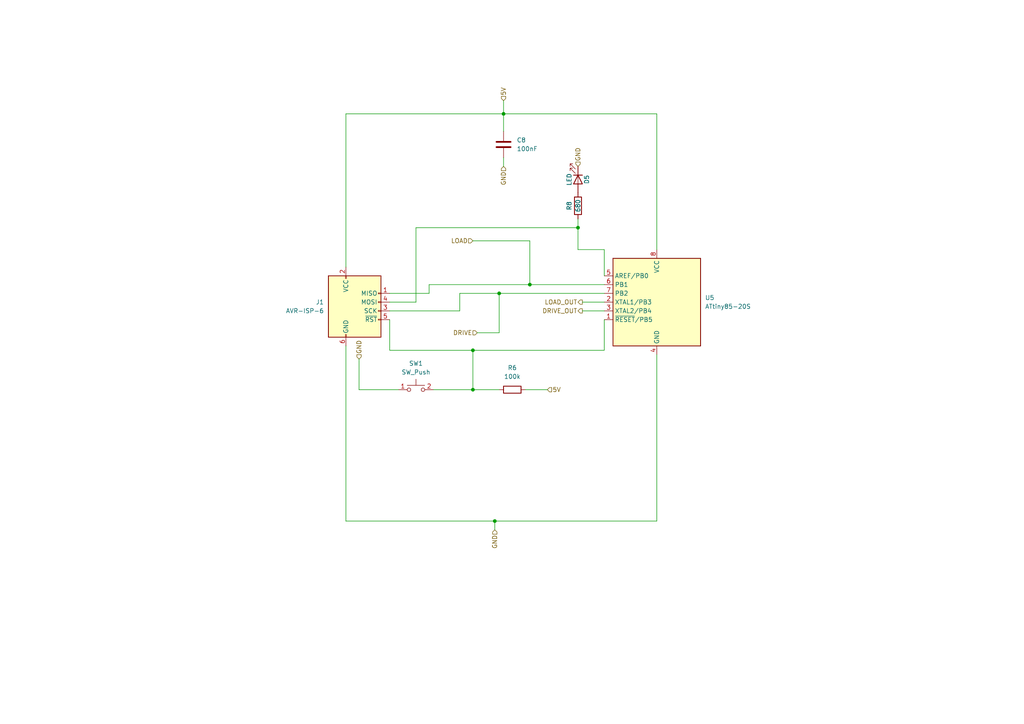
<source format=kicad_sch>
(kicad_sch (version 20211123) (generator eeschema)
  (paper "A4")
  (lib_symbols
    (symbol "Connector:AVR-ISP-6" (pin_names (offset 1.016))
      (property "Reference" "J" (at -6.35 11.43 0))
      (property "Value" "AVR-ISP-6" (at 0 11.43 0))
      (symbol "AVR-ISP-6_0_1"
        (rectangle (start -2.667 -6.858) (end -2.413 -7.62))
        (rectangle (start -2.667 10.16) (end -2.413 9.398))
        (rectangle (start 7.62 -2.413) (end 6.858 -2.667))
        (rectangle (start 7.62 0.127) (end 6.858 -0.127))
        (rectangle (start 7.62 2.667) (end 6.858 2.413))
        (rectangle (start 7.62 5.207) (end 6.858 4.953))
        (rectangle (start 7.62 10.16) (end -7.62 -7.62) (stroke (width 0.254)) (fill (type background)))
      )
      (symbol "AVR-ISP-6_1_1"
        (pin passive line (at 10.16 5.08 180) (length 2.54) (name "MISO") (number "1"))
        (pin passive line (at -2.54 12.7 270) (length 2.54) (name "VCC") (number "2"))
        (pin passive line (at 10.16 0 180) (length 2.54) (name "SCK") (number "3"))
        (pin passive line (at 10.16 2.54 180) (length 2.54) (name "MOSI") (number "4"))
        (pin passive line (at 10.16 -2.54 180) (length 2.54) (name "~{RST}") (number "5"))
        (pin passive line (at -2.54 -10.16 90) (length 2.54) (name "GND") (number "6"))
      )
    )
    (symbol "Device:C" (pin_numbers hide) (pin_names (offset 0.254))
      (property "Reference" "C" (at 0.635 2.54 0))
      (property "Value" "C" (at 0.635 -2.54 0))
      (symbol "C_0_1"
        (polyline (pts (xy -2.032 -0.762) (xy 2.032 -0.762)) (stroke (width 0.508)))
        (polyline (pts (xy -2.032 0.762) (xy 2.032 0.762)) (stroke (width 0.508)))
      )
      (symbol "C_1_1"
        (pin passive line (at 0 3.81 270) (length 2.794) (name "~") (number "1"))
        (pin passive line (at 0 -3.81 90) (length 2.794) (name "~") (number "2"))
      )
    )
    (symbol "Device:LED" (pin_numbers hide) (pin_names (offset 1.016) hide)
      (property "Reference" "D" (at 0 2.54 0))
      (property "Value" "LED" (at 0 -2.54 0))
      (symbol "LED_0_1"
        (polyline (pts (xy -1.27 -1.27) (xy -1.27 1.27)) (stroke (width 0.254)))
        (polyline (pts (xy -1.27 0) (xy 1.27 0)))
        (polyline (pts (xy 1.27 -1.27) (xy 1.27 1.27) (xy -1.27 0) (xy 1.27 -1.27)) (stroke (width 0.254)))
        (polyline (pts (xy -3.048 -0.762) (xy -4.572 -2.286) (xy -3.81 -2.286) (xy -4.572 -2.286) (xy -4.572 -1.524)))
        (polyline (pts (xy -1.778 -0.762) (xy -3.302 -2.286) (xy -2.54 -2.286) (xy -3.302 -2.286) (xy -3.302 -1.524)))
      )
      (symbol "LED_1_1"
        (pin passive line (at -3.81 0 0) (length 2.54) (name "K") (number "1"))
        (pin passive line (at 3.81 0 180) (length 2.54) (name "A") (number "2"))
      )
    )
    (symbol "Device:R" (pin_numbers hide) (pin_names (offset 0))
      (property "Reference" "R" (at 2.032 0 90))
      (property "Value" "R" (at 0 0 90))
      (symbol "R_0_1"
        (rectangle (start -1.016 -2.54) (end 1.016 2.54) (stroke (width 0.254)))
      )
      (symbol "R_1_1"
        (pin passive line (at 0 3.81 270) (length 1.27) (name "~") (number "1"))
        (pin passive line (at 0 -3.81 90) (length 1.27) (name "~") (number "2"))
      )
    )
    (symbol "Eralp's Library:SW_Push" (pin_names (offset 1.016) hide)
      (property "Reference" "SW" (at 1.27 2.54 0))
      (property "Value" "SW_Push" (at 0 -1.524 0))
      (symbol "SW_Push_0_1"
        (circle (center -2.032 0) (radius 0.508))
        (polyline (pts (xy 0 1.27) (xy 0 3.048)))
        (polyline (pts (xy 2.54 1.27) (xy -2.54 1.27)))
        (circle (center 2.032 0) (radius 0.508))
        (pin passive line (at -5.08 0 0) (length 2.54) (name "1") (number "1"))
        (pin passive line (at 5.08 0 180) (length 2.54) (name "2") (number "2"))
      )
    )
    (symbol "MCU_Microchip_ATtiny:ATtiny85-20S"
      (property "Reference" "U" (at -12.7 13.97 0))
      (property "Value" "ATtiny85-20S" (at 2.54 -13.97 0))
      (symbol "ATtiny85-20S_0_1"
        (rectangle (start -12.7 -12.7) (end 12.7 12.7) (stroke (width 0.254)) (fill (type background)))
      )
      (symbol "ATtiny85-20S_1_1"
        (pin bidirectional line (at 15.24 -5.08 180) (length 2.54) (name "~{RESET}/PB5") (number "1"))
        (pin bidirectional line (at 15.24 0 180) (length 2.54) (name "XTAL1/PB3") (number "2"))
        (pin bidirectional line (at 15.24 -2.54 180) (length 2.54) (name "XTAL2/PB4") (number "3"))
        (pin power_in line (at 0 -15.24 90) (length 2.54) (name "GND") (number "4"))
        (pin bidirectional line (at 15.24 7.62 180) (length 2.54) (name "AREF/PB0") (number "5"))
        (pin bidirectional line (at 15.24 5.08 180) (length 2.54) (name "PB1") (number "6"))
        (pin bidirectional line (at 15.24 2.54 180) (length 2.54) (name "PB2") (number "7"))
        (pin power_in line (at 0 15.24 270) (length 2.54) (name "VCC") (number "8"))
      )
    )
  )
  (junction (at 167.64 66.04))
  (junction (at 137.16 113.03))
  (junction (at 153.67 82.55))
  (junction (at 144.78 85.09))
  (junction (at 146.05 33.02))
  (junction (at 143.51 151.13))
  (junction (at 137.16 101.6))
  (wire (pts (xy 175.26 72.39) (xy 175.26 80.01)))
  (wire (pts (xy 113.03 92.71) (xy 113.03 101.6)))
  (wire (pts (xy 104.14 104.14) (xy 104.14 113.03)))
  (wire (pts (xy 190.5 102.87) (xy 190.5 151.13)))
  (wire (pts (xy 100.33 33.02) (xy 146.05 33.02)))
  (wire (pts (xy 113.03 90.17) (xy 133.35 90.17)))
  (wire (pts (xy 146.05 33.02) (xy 146.05 38.1)))
  (wire (pts (xy 137.16 113.03) (xy 144.78 113.03)))
  (wire (pts (xy 143.51 151.13) (xy 190.5 151.13)))
  (wire (pts (xy 167.64 72.39) (xy 175.26 72.39)))
  (wire (pts (xy 133.35 90.17) (xy 133.35 85.09)))
  (wire (pts (xy 144.78 85.09) (xy 175.26 85.09)))
  (wire (pts (xy 113.03 101.6) (xy 137.16 101.6)))
  (wire (pts (xy 100.33 100.33) (xy 100.33 151.13)))
  (wire (pts (xy 168.91 87.63) (xy 175.26 87.63)))
  (wire (pts (xy 100.33 77.47) (xy 100.33 33.02)))
  (wire (pts (xy 113.03 87.63) (xy 120.65 87.63)))
  (wire (pts (xy 113.03 85.09) (xy 124.46 85.09)))
  (wire (pts (xy 137.16 101.6) (xy 175.26 101.6)))
  (wire (pts (xy 153.67 69.85) (xy 137.16 69.85)))
  (wire (pts (xy 144.78 85.09) (xy 144.78 96.52)))
  (wire (pts (xy 143.51 151.13) (xy 143.51 153.67)))
  (wire (pts (xy 120.65 87.63) (xy 120.65 66.04)))
  (wire (pts (xy 144.78 96.52) (xy 138.43 96.52)))
  (wire (pts (xy 167.64 63.5) (xy 167.64 66.04)))
  (wire (pts (xy 146.05 29.21) (xy 146.05 33.02)))
  (wire (pts (xy 104.14 113.03) (xy 115.57 113.03)))
  (wire (pts (xy 152.4 113.03) (xy 158.75 113.03)))
  (wire (pts (xy 146.05 45.72) (xy 146.05 48.26)))
  (wire (pts (xy 133.35 85.09) (xy 144.78 85.09)))
  (wire (pts (xy 124.46 85.09) (xy 124.46 82.55)))
  (wire (pts (xy 167.64 66.04) (xy 167.64 72.39)))
  (wire (pts (xy 175.26 101.6) (xy 175.26 92.71)))
  (wire (pts (xy 137.16 101.6) (xy 137.16 113.03)))
  (wire (pts (xy 153.67 82.55) (xy 175.26 82.55)))
  (wire (pts (xy 146.05 33.02) (xy 190.5 33.02)))
  (wire (pts (xy 190.5 33.02) (xy 190.5 72.39)))
  (wire (pts (xy 125.73 113.03) (xy 137.16 113.03)))
  (wire (pts (xy 120.65 66.04) (xy 167.64 66.04)))
  (wire (pts (xy 124.46 82.55) (xy 153.67 82.55)))
  (wire (pts (xy 168.91 90.17) (xy 175.26 90.17)))
  (wire (pts (xy 153.67 69.85) (xy 153.67 82.55)))
  (wire (pts (xy 100.33 151.13) (xy 143.51 151.13)))
  (hierarchical_label "GND" (shape input) (at 104.14 104.14 90))
  (hierarchical_label "DRIVE_OUT" (shape output) (at 168.91 90.17 180))
  (hierarchical_label "5V" (shape input) (at 146.05 29.21 90))
  (hierarchical_label "GND" (shape input) (at 143.51 153.67 270))
  (hierarchical_label "LOAD_OUT" (shape output) (at 168.91 87.63 180))
  (hierarchical_label "GND" (shape input) (at 167.64 48.26 90))
  (hierarchical_label "5V" (shape input) (at 158.75 113.03 0))
  (hierarchical_label "DRIVE" (shape input) (at 138.43 96.52 180))
  (hierarchical_label "GND" (shape input) (at 146.05 48.26 270))
  (hierarchical_label "LOAD" (shape input) (at 137.16 69.85 180))
  (symbol (lib_id "MCU_Microchip_ATtiny:ATtiny85-20S") (at 190.5 87.63 0) (mirror y) (unit 1)
    (property "Reference" "U5" (at 204.47 86.3599 0) (effects (justify right)))
    (property "Value" "ATtiny85-20S" (at 204.47 88.8999 0) (effects (justify right)))
    (property "Footprint" "Package_SO:SOIC-8W_5.3x5.3mm_P1.27mm" (effects hide))
    (property "Datasheet" "http://ww1.microchip.com/downloads/en/DeviceDoc/atmel-2586-avr-8-bit-microcontroller-attiny25-attiny45-attiny85_datasheet.pdf" (effects hide))
  )
  (symbol (lib_id "Device:R") (at 167.64 59.69 180) (unit 1)
    (property "Reference" "R8" (at 165.1 59.69 90))
    (property "Value" "680" (at 167.64 59.69 90))
    (property "Footprint" "Resistor_SMD:R_0805_2012Metric_Pad1.20x1.40mm_HandSolder" (effects hide))
  )
  (symbol (lib_id "Device:C") (at 146.05 41.91 0) (unit 1)
    (property "Reference" "C8" (at 149.86 40.6399 0) (effects (justify left)))
    (property "Value" "100nF" (at 149.86 43.1799 0) (effects (justify left)))
    (property "Footprint" "Capacitor_SMD:C_0805_2012Metric_Pad1.18x1.45mm_HandSolder" (effects hide))
  )
  (symbol (lib_id "Connector:AVR-ISP-6") (at 102.87 90.17 0) (unit 1)
    (property "Reference" "J1" (at 93.98 87.6299 0) (effects (justify right)))
    (property "Value" "AVR-ISP-6" (at 93.98 90.1699 0) (effects (justify right)))
    (property "Footprint" "Connector_PinHeader_2.54mm:PinHeader_2x03_P2.54mm_Vertical" (effects hide))
    (property "Datasheet" " ~" (effects hide))
  )
  (symbol (lib_id "Device:R") (at 148.59 113.03 90) (unit 1)
    (property "Reference" "R6" (at 148.59 106.68 90))
    (property "Value" "100k" (at 148.59 109.22 90))
    (property "Footprint" "Resistor_SMD:R_0805_2012Metric_Pad1.20x1.40mm_HandSolder" (effects hide))
  )
  (symbol (lib_id "Device:LED") (at 167.64 52.07 270) (unit 1)
    (property "Reference" "D5" (at 170.18 52.07 0))
    (property "Value" "LED" (at 165.1 52.07 0))
    (property "Footprint" "LED_SMD:LED_0805_2012Metric_Pad1.15x1.40mm_HandSolder" (effects hide))
  )
  (symbol (lib_id "Eralp's Library:SW_Push") (at 120.65 113.03 0) (unit 1)
    (property "Reference" "SW1" (at 120.65 105.41 0))
    (property "Value" "SW_Push" (at 120.65 107.95 0))
    (property "Footprint" "Button_Switch_SMD:13019319" (effects hide))
  )
)
</source>
